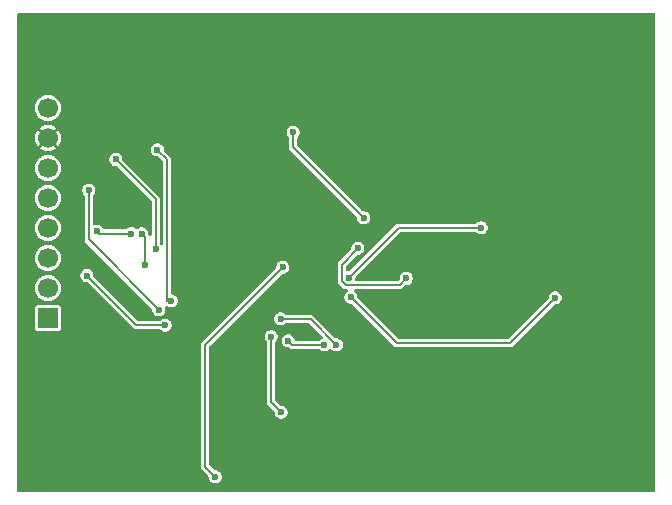
<source format=gbr>
%TF.GenerationSoftware,KiCad,Pcbnew,9.0.3*%
%TF.CreationDate,2026-02-26T20:24:34-03:00*%
%TF.ProjectId,EEGFrontier,45454746-726f-46e7-9469-65722e6b6963,rev?*%
%TF.SameCoordinates,Original*%
%TF.FileFunction,Copper,L2,Bot*%
%TF.FilePolarity,Positive*%
%FSLAX46Y46*%
G04 Gerber Fmt 4.6, Leading zero omitted, Abs format (unit mm)*
G04 Created by KiCad (PCBNEW 9.0.3) date 2026-02-26 20:24:34*
%MOMM*%
%LPD*%
G01*
G04 APERTURE LIST*
%TA.AperFunction,ComponentPad*%
%ADD10R,1.700000X1.700000*%
%TD*%
%TA.AperFunction,ComponentPad*%
%ADD11C,1.700000*%
%TD*%
%TA.AperFunction,ViaPad*%
%ADD12C,0.600000*%
%TD*%
%TA.AperFunction,Conductor*%
%ADD13C,0.200000*%
%TD*%
G04 APERTURE END LIST*
D10*
%TO.P,J1,1,Pin_1*%
%TO.N,EEG_CH1*%
X110100000Y-87335000D03*
D11*
%TO.P,J1,2,Pin_2*%
%TO.N,EEG_CH2*%
X110100000Y-84795000D03*
%TO.P,J1,3,Pin_3*%
%TO.N,EEG_CH3*%
X110100000Y-82255000D03*
%TO.P,J1,4,Pin_4*%
%TO.N,EEG_CH4*%
X110100000Y-79715000D03*
%TO.P,J1,5,Pin_5*%
%TO.N,EEG_REF*%
X110100000Y-77175000D03*
%TO.P,J1,6,Pin_6*%
%TO.N,EEG_BIAS*%
X110100000Y-74635000D03*
%TO.P,J1,7,Pin_7*%
%TO.N,GND*%
X110100000Y-72095000D03*
%TO.P,J1,8,Pin_8*%
%TO.N,unconnected-(J1-Pin_8-Pad8)*%
X110100000Y-69555000D03*
%TD*%
D12*
%TO.N,3V3_A*%
X129800000Y-87400000D03*
X134530058Y-89594942D03*
%TO.N,GND*%
X127777500Y-77575000D03*
X129975000Y-77475000D03*
%TO.N,Net-(U2-VCAP2)*%
X130450000Y-89250000D03*
X133503188Y-89596812D03*
%TO.N,3V3_D*%
X140450000Y-83975000D03*
X136350000Y-81421000D03*
%TO.N,SPI_CS*%
X135750000Y-85575000D03*
X153050000Y-85625000D03*
%TO.N,Net-(U2-VCAP4)*%
X129000000Y-88900000D03*
X129850000Y-95300000D03*
%TO.N,3V3_D*%
X124275000Y-100775000D03*
X129975000Y-83025000D03*
%TO.N,SPI_MISO*%
X135575000Y-83925000D03*
X146775000Y-79675000D03*
%TO.N,GND*%
X157525000Y-68125000D03*
X148925000Y-88850000D03*
%TO.N,BTN_START*%
X136825000Y-78825000D03*
X130875000Y-71600000D03*
%TO.N,Net-(U2-IN4N)*%
X115850000Y-73900000D03*
X119225000Y-81509000D03*
%TO.N,EEG_REF*%
X118049265Y-80200735D03*
X118350000Y-82825000D03*
%TO.N,Net-(U2-IN2P)*%
X120025000Y-87925000D03*
X113400000Y-83725000D03*
%TO.N,Net-(U2-IN3N)*%
X114275000Y-79975000D03*
X117175000Y-80175000D03*
%TO.N,Net-(U2-IN4P)*%
X120550000Y-85875000D03*
X119375000Y-73075000D03*
%TO.N,Net-(U2-IN3P)*%
X113550000Y-76500000D03*
X119500000Y-86625000D03*
%TD*%
D13*
%TO.N,3V3_A*%
X132335116Y-87400000D02*
X129800000Y-87400000D01*
X134530058Y-89594942D02*
X132335116Y-87400000D01*
%TO.N,GND*%
X127777500Y-77575000D02*
X127877500Y-77475000D01*
X127877500Y-77475000D02*
X129975000Y-77475000D01*
%TO.N,Net-(U2-VCAP2)*%
X130796812Y-89596812D02*
X130450000Y-89250000D01*
X133503188Y-89596812D02*
X130796812Y-89596812D01*
%TO.N,3V3_D*%
X139899000Y-84526000D02*
X140450000Y-83975000D01*
X135326057Y-84526000D02*
X139899000Y-84526000D01*
X134974000Y-84173943D02*
X135326057Y-84526000D01*
X134974000Y-82797000D02*
X134974000Y-84173943D01*
X136350000Y-81421000D02*
X134974000Y-82797000D01*
%TO.N,SPI_CS*%
X139626000Y-89451000D02*
X135750000Y-85575000D01*
X149224000Y-89451000D02*
X139626000Y-89451000D01*
X153050000Y-85625000D02*
X149224000Y-89451000D01*
%TO.N,Net-(U2-VCAP4)*%
X129850000Y-95300000D02*
X129000000Y-94450000D01*
X129000000Y-94450000D02*
X129000000Y-88900000D01*
%TO.N,3V3_D*%
X123400000Y-99900000D02*
X124275000Y-100775000D01*
X123400000Y-89600000D02*
X123400000Y-99900000D01*
X129975000Y-83025000D02*
X123400000Y-89600000D01*
%TO.N,SPI_MISO*%
X146775000Y-79675000D02*
X139825000Y-79675000D01*
X139825000Y-79675000D02*
X135575000Y-83925000D01*
%TO.N,GND*%
X157900000Y-68500000D02*
X157525000Y-68125000D01*
X157900000Y-84650000D02*
X157900000Y-68500000D01*
X147700000Y-85600000D02*
X148650000Y-84650000D01*
X148650000Y-84650000D02*
X157900000Y-84650000D01*
X147700000Y-87625000D02*
X147700000Y-85600000D01*
X148925000Y-88850000D02*
X147700000Y-87625000D01*
%TO.N,BTN_START*%
X130875000Y-71600000D02*
X130875000Y-72875000D01*
X130875000Y-72875000D02*
X136825000Y-78825000D01*
%TO.N,Net-(U2-IN4N)*%
X119225000Y-77275000D02*
X115850000Y-73900000D01*
X119225000Y-81509000D02*
X119225000Y-77275000D01*
%TO.N,EEG_REF*%
X118350000Y-80501470D02*
X118049265Y-80200735D01*
X118350000Y-82825000D02*
X118350000Y-80501470D01*
%TO.N,Net-(U2-IN2P)*%
X117600000Y-87925000D02*
X120025000Y-87925000D01*
X113400000Y-83725000D02*
X117600000Y-87925000D01*
%TO.N,Net-(U2-IN3N)*%
X114275000Y-80000000D02*
X114275000Y-79975000D01*
X114450000Y-80175000D02*
X114275000Y-80000000D01*
X117175000Y-80175000D02*
X114450000Y-80175000D01*
%TO.N,Net-(U2-IN4P)*%
X120525000Y-85900000D02*
X120550000Y-85875000D01*
X120175000Y-85900000D02*
X120525000Y-85900000D01*
X119375000Y-73075000D02*
X120175000Y-73875000D01*
X120175000Y-73875000D02*
X120175000Y-85900000D01*
%TO.N,Net-(U2-IN3P)*%
X113550000Y-80675000D02*
X119500000Y-86625000D01*
X113550000Y-76500000D02*
X113550000Y-80675000D01*
%TD*%
%TA.AperFunction,Conductor*%
%TO.N,GND*%
G36*
X161467539Y-61532685D02*
G01*
X161513294Y-61585489D01*
X161524500Y-61637000D01*
X161524500Y-101913000D01*
X161504815Y-101980039D01*
X161452011Y-102025794D01*
X161400500Y-102037000D01*
X107624500Y-102037000D01*
X107557461Y-102017315D01*
X107511706Y-101964511D01*
X107500500Y-101913000D01*
X107500500Y-89553856D01*
X123049500Y-89553856D01*
X123049500Y-89565265D01*
X123049500Y-99946143D01*
X123073386Y-100035287D01*
X123073387Y-100035290D01*
X123119527Y-100115208D01*
X123119531Y-100115213D01*
X123688181Y-100683863D01*
X123721666Y-100745186D01*
X123724500Y-100771544D01*
X123724500Y-100847475D01*
X123762016Y-100987485D01*
X123762017Y-100987488D01*
X123834488Y-101113011D01*
X123834490Y-101113013D01*
X123834491Y-101113015D01*
X123936985Y-101215509D01*
X123936986Y-101215510D01*
X123936988Y-101215511D01*
X124062511Y-101287982D01*
X124062512Y-101287982D01*
X124062515Y-101287984D01*
X124202525Y-101325500D01*
X124202528Y-101325500D01*
X124347472Y-101325500D01*
X124347475Y-101325500D01*
X124487485Y-101287984D01*
X124613015Y-101215509D01*
X124715509Y-101113015D01*
X124787984Y-100987485D01*
X124825500Y-100847475D01*
X124825500Y-100702525D01*
X124787984Y-100562515D01*
X124715509Y-100436985D01*
X124613015Y-100334491D01*
X124613013Y-100334490D01*
X124613011Y-100334488D01*
X124487488Y-100262017D01*
X124487489Y-100262017D01*
X124476006Y-100258940D01*
X124347475Y-100224500D01*
X124347472Y-100224500D01*
X124271544Y-100224500D01*
X124204505Y-100204815D01*
X124183863Y-100188181D01*
X123786819Y-99791137D01*
X123753334Y-99729814D01*
X123750500Y-99703456D01*
X123750500Y-89796544D01*
X123770185Y-89729505D01*
X123786819Y-89708863D01*
X124668157Y-88827525D01*
X128449500Y-88827525D01*
X128449500Y-88972475D01*
X128483045Y-89097666D01*
X128487017Y-89112488D01*
X128559488Y-89238011D01*
X128559493Y-89238017D01*
X128613181Y-89291705D01*
X128646666Y-89353028D01*
X128649500Y-89379386D01*
X128649500Y-94496143D01*
X128673386Y-94585287D01*
X128673387Y-94585290D01*
X128719527Y-94665208D01*
X128719531Y-94665213D01*
X129263181Y-95208863D01*
X129296666Y-95270186D01*
X129299500Y-95296544D01*
X129299500Y-95372475D01*
X129337016Y-95512485D01*
X129337017Y-95512488D01*
X129409488Y-95638011D01*
X129409490Y-95638013D01*
X129409491Y-95638015D01*
X129511985Y-95740509D01*
X129511986Y-95740510D01*
X129511988Y-95740511D01*
X129637511Y-95812982D01*
X129637512Y-95812982D01*
X129637515Y-95812984D01*
X129777525Y-95850500D01*
X129777528Y-95850500D01*
X129922472Y-95850500D01*
X129922475Y-95850500D01*
X130062485Y-95812984D01*
X130188015Y-95740509D01*
X130290509Y-95638015D01*
X130362984Y-95512485D01*
X130400500Y-95372475D01*
X130400500Y-95227525D01*
X130362984Y-95087515D01*
X130290509Y-94961985D01*
X130188015Y-94859491D01*
X130188013Y-94859490D01*
X130188011Y-94859488D01*
X130062488Y-94787017D01*
X130062489Y-94787017D01*
X130051006Y-94783940D01*
X129922475Y-94749500D01*
X129922472Y-94749500D01*
X129846544Y-94749500D01*
X129779505Y-94729815D01*
X129758863Y-94713181D01*
X129386819Y-94341137D01*
X129353334Y-94279814D01*
X129350500Y-94253456D01*
X129350500Y-89379386D01*
X129370185Y-89312347D01*
X129386819Y-89291705D01*
X129440509Y-89238015D01*
X129512984Y-89112485D01*
X129550500Y-88972475D01*
X129550500Y-88827525D01*
X129512984Y-88687515D01*
X129440509Y-88561985D01*
X129338015Y-88459491D01*
X129338013Y-88459490D01*
X129338011Y-88459488D01*
X129212488Y-88387017D01*
X129212489Y-88387017D01*
X129201006Y-88383940D01*
X129072475Y-88349500D01*
X128927525Y-88349500D01*
X128798993Y-88383940D01*
X128787511Y-88387017D01*
X128661988Y-88459488D01*
X128661982Y-88459493D01*
X128559493Y-88561982D01*
X128559488Y-88561988D01*
X128487017Y-88687511D01*
X128487016Y-88687515D01*
X128449500Y-88827525D01*
X124668157Y-88827525D01*
X126168157Y-87327525D01*
X129249500Y-87327525D01*
X129249500Y-87472475D01*
X129280184Y-87586988D01*
X129287017Y-87612488D01*
X129359488Y-87738011D01*
X129359490Y-87738013D01*
X129359491Y-87738015D01*
X129461985Y-87840509D01*
X129461986Y-87840510D01*
X129461988Y-87840511D01*
X129587511Y-87912982D01*
X129587512Y-87912982D01*
X129587515Y-87912984D01*
X129727525Y-87950500D01*
X129727528Y-87950500D01*
X129872472Y-87950500D01*
X129872475Y-87950500D01*
X130012485Y-87912984D01*
X130138015Y-87840509D01*
X130191705Y-87786819D01*
X130253028Y-87753334D01*
X130279386Y-87750500D01*
X132138572Y-87750500D01*
X132205611Y-87770185D01*
X132226253Y-87786819D01*
X133323922Y-88884488D01*
X133357407Y-88945811D01*
X133352423Y-89015503D01*
X133310551Y-89071436D01*
X133297297Y-89078996D01*
X133297741Y-89079764D01*
X133165176Y-89156300D01*
X133165170Y-89156305D01*
X133111483Y-89209993D01*
X133050160Y-89243478D01*
X133023802Y-89246312D01*
X131114080Y-89246312D01*
X131047041Y-89226627D01*
X131001286Y-89173823D01*
X130994305Y-89154406D01*
X130983072Y-89112485D01*
X130962984Y-89037515D01*
X130950275Y-89015503D01*
X130890511Y-88911988D01*
X130890506Y-88911982D01*
X130788017Y-88809493D01*
X130788011Y-88809488D01*
X130662488Y-88737017D01*
X130662489Y-88737017D01*
X130651006Y-88733940D01*
X130522475Y-88699500D01*
X130377525Y-88699500D01*
X130248993Y-88733940D01*
X130237511Y-88737017D01*
X130111988Y-88809488D01*
X130111982Y-88809493D01*
X130009493Y-88911982D01*
X130009488Y-88911988D01*
X129937017Y-89037511D01*
X129937016Y-89037515D01*
X129899500Y-89177525D01*
X129899500Y-89322475D01*
X129937016Y-89462485D01*
X129937017Y-89462488D01*
X130009488Y-89588011D01*
X130009490Y-89588013D01*
X130009491Y-89588015D01*
X130111985Y-89690509D01*
X130111986Y-89690510D01*
X130111988Y-89690511D01*
X130237511Y-89762982D01*
X130237512Y-89762982D01*
X130237515Y-89762984D01*
X130377525Y-89800500D01*
X130453457Y-89800500D01*
X130520496Y-89820185D01*
X130541138Y-89836819D01*
X130581600Y-89877281D01*
X130581603Y-89877282D01*
X130581606Y-89877285D01*
X130661518Y-89923423D01*
X130661519Y-89923423D01*
X130661524Y-89923426D01*
X130750668Y-89947312D01*
X133023802Y-89947312D01*
X133090841Y-89966997D01*
X133111483Y-89983631D01*
X133165173Y-90037321D01*
X133165174Y-90037322D01*
X133165176Y-90037323D01*
X133290699Y-90109794D01*
X133290700Y-90109794D01*
X133290703Y-90109796D01*
X133430713Y-90147312D01*
X133430716Y-90147312D01*
X133575660Y-90147312D01*
X133575663Y-90147312D01*
X133715673Y-90109796D01*
X133841203Y-90037321D01*
X133929877Y-89948647D01*
X133991200Y-89915162D01*
X134060892Y-89920146D01*
X134105239Y-89948647D01*
X134192043Y-90035451D01*
X134192044Y-90035452D01*
X134192046Y-90035453D01*
X134317569Y-90107924D01*
X134317570Y-90107924D01*
X134317573Y-90107926D01*
X134457583Y-90145442D01*
X134457586Y-90145442D01*
X134602530Y-90145442D01*
X134602533Y-90145442D01*
X134742543Y-90107926D01*
X134868073Y-90035451D01*
X134970567Y-89932957D01*
X135043042Y-89807427D01*
X135080558Y-89667417D01*
X135080558Y-89522467D01*
X135043042Y-89382457D01*
X135008411Y-89322475D01*
X134970569Y-89256930D01*
X134970564Y-89256924D01*
X134868075Y-89154435D01*
X134868069Y-89154430D01*
X134742546Y-89081959D01*
X134742547Y-89081959D01*
X134731064Y-89078882D01*
X134602533Y-89044442D01*
X134602530Y-89044442D01*
X134526602Y-89044442D01*
X134459563Y-89024757D01*
X134438921Y-89008123D01*
X132550329Y-87119531D01*
X132550324Y-87119527D01*
X132470406Y-87073387D01*
X132470405Y-87073386D01*
X132470404Y-87073386D01*
X132381260Y-87049500D01*
X132381259Y-87049500D01*
X130279386Y-87049500D01*
X130212347Y-87029815D01*
X130191705Y-87013181D01*
X130138017Y-86959493D01*
X130138011Y-86959488D01*
X130012488Y-86887017D01*
X130012489Y-86887017D01*
X130001006Y-86883940D01*
X129872475Y-86849500D01*
X129727525Y-86849500D01*
X129598993Y-86883940D01*
X129587511Y-86887017D01*
X129461988Y-86959488D01*
X129461982Y-86959493D01*
X129359493Y-87061982D01*
X129359488Y-87061988D01*
X129287017Y-87187511D01*
X129287016Y-87187515D01*
X129249500Y-87327525D01*
X126168157Y-87327525D01*
X129883863Y-83611819D01*
X129945186Y-83578334D01*
X129971544Y-83575500D01*
X130047472Y-83575500D01*
X130047475Y-83575500D01*
X130187485Y-83537984D01*
X130313015Y-83465509D01*
X130415509Y-83363015D01*
X130487984Y-83237485D01*
X130525500Y-83097475D01*
X130525500Y-82952525D01*
X130487984Y-82812515D01*
X130452385Y-82750856D01*
X134623500Y-82750856D01*
X134623500Y-82761058D01*
X134623500Y-84220088D01*
X134644431Y-84298205D01*
X134647385Y-84309229D01*
X134647387Y-84309234D01*
X134693527Y-84389151D01*
X134693529Y-84389154D01*
X134693530Y-84389155D01*
X135110845Y-84806470D01*
X135190769Y-84852614D01*
X135279913Y-84876500D01*
X135279915Y-84876500D01*
X135396064Y-84876500D01*
X135463103Y-84896185D01*
X135508858Y-84948989D01*
X135518802Y-85018147D01*
X135489777Y-85081703D01*
X135458064Y-85107887D01*
X135411988Y-85134488D01*
X135411982Y-85134493D01*
X135309493Y-85236982D01*
X135309488Y-85236988D01*
X135237017Y-85362511D01*
X135237016Y-85362515D01*
X135199500Y-85502525D01*
X135199500Y-85647475D01*
X135223283Y-85736232D01*
X135237017Y-85787488D01*
X135309488Y-85913011D01*
X135309490Y-85913013D01*
X135309491Y-85913015D01*
X135411985Y-86015509D01*
X135411986Y-86015510D01*
X135411988Y-86015511D01*
X135537511Y-86087982D01*
X135537512Y-86087982D01*
X135537515Y-86087984D01*
X135677525Y-86125500D01*
X135753456Y-86125500D01*
X135820495Y-86145185D01*
X135841137Y-86161819D01*
X139410788Y-89731470D01*
X139490712Y-89777614D01*
X139579856Y-89801500D01*
X139579858Y-89801500D01*
X149270142Y-89801500D01*
X149270144Y-89801500D01*
X149359288Y-89777614D01*
X149439212Y-89731470D01*
X152958863Y-86211819D01*
X153020186Y-86178334D01*
X153046544Y-86175500D01*
X153122472Y-86175500D01*
X153122475Y-86175500D01*
X153262485Y-86137984D01*
X153388015Y-86065509D01*
X153490509Y-85963015D01*
X153562984Y-85837485D01*
X153600500Y-85697475D01*
X153600500Y-85552525D01*
X153562984Y-85412515D01*
X153534116Y-85362515D01*
X153490511Y-85286988D01*
X153490506Y-85286982D01*
X153388017Y-85184493D01*
X153388011Y-85184488D01*
X153262488Y-85112017D01*
X153262489Y-85112017D01*
X153251006Y-85108940D01*
X153122475Y-85074500D01*
X152977525Y-85074500D01*
X152848993Y-85108940D01*
X152837511Y-85112017D01*
X152711988Y-85184488D01*
X152711982Y-85184493D01*
X152609493Y-85286982D01*
X152609488Y-85286988D01*
X152537017Y-85412511D01*
X152537016Y-85412515D01*
X152499500Y-85552525D01*
X152499500Y-85552527D01*
X152499500Y-85628456D01*
X152479815Y-85695495D01*
X152463181Y-85716137D01*
X149115137Y-89064181D01*
X149053814Y-89097666D01*
X149027456Y-89100500D01*
X139822544Y-89100500D01*
X139755505Y-89080815D01*
X139734863Y-89064181D01*
X136336819Y-85666137D01*
X136303334Y-85604814D01*
X136300500Y-85578456D01*
X136300500Y-85502527D01*
X136300500Y-85502525D01*
X136262984Y-85362515D01*
X136262696Y-85362017D01*
X136190511Y-85236988D01*
X136190506Y-85236982D01*
X136088017Y-85134493D01*
X136088011Y-85134488D01*
X136041936Y-85107887D01*
X135993720Y-85057320D01*
X135980498Y-84988713D01*
X136006466Y-84923848D01*
X136063380Y-84883320D01*
X136103936Y-84876500D01*
X139945142Y-84876500D01*
X139945144Y-84876500D01*
X140034288Y-84852614D01*
X140114212Y-84806470D01*
X140358863Y-84561819D01*
X140420186Y-84528334D01*
X140446544Y-84525500D01*
X140522472Y-84525500D01*
X140522475Y-84525500D01*
X140662485Y-84487984D01*
X140788015Y-84415509D01*
X140890509Y-84313015D01*
X140962984Y-84187485D01*
X141000500Y-84047475D01*
X141000500Y-83902525D01*
X140962984Y-83762515D01*
X140939360Y-83721598D01*
X140890511Y-83636988D01*
X140890506Y-83636982D01*
X140788017Y-83534493D01*
X140788011Y-83534488D01*
X140662488Y-83462017D01*
X140662489Y-83462017D01*
X140651006Y-83458940D01*
X140522475Y-83424500D01*
X140377525Y-83424500D01*
X140248993Y-83458940D01*
X140237511Y-83462017D01*
X140111988Y-83534488D01*
X140111982Y-83534493D01*
X140009493Y-83636982D01*
X140009488Y-83636988D01*
X139937017Y-83762511D01*
X139937016Y-83762515D01*
X139899500Y-83902525D01*
X139899500Y-83902527D01*
X139899500Y-83978456D01*
X139890855Y-84007896D01*
X139884332Y-84037883D01*
X139880577Y-84042898D01*
X139879815Y-84045495D01*
X139863181Y-84066137D01*
X139790137Y-84139181D01*
X139728814Y-84172666D01*
X139702456Y-84175500D01*
X136239398Y-84175500D01*
X136172359Y-84155815D01*
X136126604Y-84103011D01*
X136116660Y-84033853D01*
X136119623Y-84019407D01*
X136125500Y-83997475D01*
X136125500Y-83921544D01*
X136145185Y-83854505D01*
X136161819Y-83833863D01*
X139933863Y-80061819D01*
X139995186Y-80028334D01*
X140021544Y-80025500D01*
X146295614Y-80025500D01*
X146362653Y-80045185D01*
X146383295Y-80061819D01*
X146436985Y-80115509D01*
X146436986Y-80115510D01*
X146436988Y-80115511D01*
X146562511Y-80187982D01*
X146562512Y-80187982D01*
X146562515Y-80187984D01*
X146702525Y-80225500D01*
X146702528Y-80225500D01*
X146847472Y-80225500D01*
X146847475Y-80225500D01*
X146987485Y-80187984D01*
X147113015Y-80115509D01*
X147215509Y-80013015D01*
X147287984Y-79887485D01*
X147325500Y-79747475D01*
X147325500Y-79602525D01*
X147287984Y-79462515D01*
X147287696Y-79462017D01*
X147215511Y-79336988D01*
X147215506Y-79336982D01*
X147113017Y-79234493D01*
X147113011Y-79234488D01*
X146987488Y-79162017D01*
X146987489Y-79162017D01*
X146976006Y-79158940D01*
X146847475Y-79124500D01*
X146702525Y-79124500D01*
X146573993Y-79158940D01*
X146562511Y-79162017D01*
X146436988Y-79234488D01*
X146436982Y-79234493D01*
X146383295Y-79288181D01*
X146321972Y-79321666D01*
X146295614Y-79324500D01*
X139778854Y-79324500D01*
X139728531Y-79337984D01*
X139728530Y-79337983D01*
X139689716Y-79348384D01*
X139689709Y-79348387D01*
X139609791Y-79394527D01*
X139609786Y-79394531D01*
X135666137Y-83338181D01*
X135643271Y-83350666D01*
X135622507Y-83366412D01*
X135610347Y-83368644D01*
X135604814Y-83371666D01*
X135588066Y-83374127D01*
X135583268Y-83374500D01*
X135502525Y-83374500D01*
X135469528Y-83383341D01*
X135458110Y-83384229D01*
X135434682Y-83379283D01*
X135410743Y-83378714D01*
X135401117Y-83372199D01*
X135389747Y-83369799D01*
X135372711Y-83352973D01*
X135352881Y-83339551D01*
X135348306Y-83328867D01*
X135340037Y-83320700D01*
X135334802Y-83297334D01*
X135325377Y-83275323D01*
X135324500Y-83260602D01*
X135324500Y-82993544D01*
X135344185Y-82926505D01*
X135360819Y-82905863D01*
X136258863Y-82007819D01*
X136320186Y-81974334D01*
X136346544Y-81971500D01*
X136422472Y-81971500D01*
X136422475Y-81971500D01*
X136562485Y-81933984D01*
X136688015Y-81861509D01*
X136790509Y-81759015D01*
X136862984Y-81633485D01*
X136900500Y-81493475D01*
X136900500Y-81348525D01*
X136862984Y-81208515D01*
X136847443Y-81181598D01*
X136790511Y-81082988D01*
X136790506Y-81082982D01*
X136688017Y-80980493D01*
X136688011Y-80980488D01*
X136562488Y-80908017D01*
X136562489Y-80908017D01*
X136551006Y-80904940D01*
X136422475Y-80870500D01*
X136277525Y-80870500D01*
X136148993Y-80904940D01*
X136137511Y-80908017D01*
X136011988Y-80980488D01*
X136011982Y-80980493D01*
X135909493Y-81082982D01*
X135909488Y-81082988D01*
X135837017Y-81208511D01*
X135837016Y-81208515D01*
X135799500Y-81348525D01*
X135799500Y-81348527D01*
X135799500Y-81424456D01*
X135779815Y-81491495D01*
X135763181Y-81512137D01*
X134693531Y-82581786D01*
X134693529Y-82581789D01*
X134660276Y-82639385D01*
X134660275Y-82639387D01*
X134653113Y-82651793D01*
X134647386Y-82661712D01*
X134623500Y-82750856D01*
X130452385Y-82750856D01*
X130415509Y-82686985D01*
X130313015Y-82584491D01*
X130313013Y-82584490D01*
X130313011Y-82584488D01*
X130187488Y-82512017D01*
X130187489Y-82512017D01*
X130176006Y-82508940D01*
X130047475Y-82474500D01*
X129902525Y-82474500D01*
X129773993Y-82508940D01*
X129762511Y-82512017D01*
X129636988Y-82584488D01*
X129636982Y-82584493D01*
X129534493Y-82686982D01*
X129534488Y-82686988D01*
X129462017Y-82812511D01*
X129462016Y-82812515D01*
X129424500Y-82952525D01*
X129424500Y-82952527D01*
X129424500Y-83028456D01*
X129404815Y-83095495D01*
X129388181Y-83116137D01*
X123119531Y-89384786D01*
X123119530Y-89384788D01*
X123086369Y-89442225D01*
X123073386Y-89464712D01*
X123049500Y-89553856D01*
X107500500Y-89553856D01*
X107500500Y-86460321D01*
X108999500Y-86460321D01*
X108999500Y-88209678D01*
X109014032Y-88282735D01*
X109014033Y-88282739D01*
X109014034Y-88282740D01*
X109069399Y-88365601D01*
X109152260Y-88420966D01*
X109152264Y-88420967D01*
X109225321Y-88435499D01*
X109225324Y-88435500D01*
X109225326Y-88435500D01*
X110974676Y-88435500D01*
X110974677Y-88435499D01*
X111047740Y-88420966D01*
X111130601Y-88365601D01*
X111185966Y-88282740D01*
X111200500Y-88209674D01*
X111200500Y-86460326D01*
X111200500Y-86460323D01*
X111200499Y-86460321D01*
X111185967Y-86387264D01*
X111185966Y-86387260D01*
X111181882Y-86381148D01*
X111130601Y-86304399D01*
X111075235Y-86267405D01*
X111047739Y-86249033D01*
X111047735Y-86249032D01*
X110974677Y-86234500D01*
X110974674Y-86234500D01*
X109225326Y-86234500D01*
X109225323Y-86234500D01*
X109152264Y-86249032D01*
X109152260Y-86249033D01*
X109069399Y-86304399D01*
X109014033Y-86387260D01*
X109014032Y-86387264D01*
X108999500Y-86460321D01*
X107500500Y-86460321D01*
X107500500Y-84708389D01*
X108999500Y-84708389D01*
X108999500Y-84881611D01*
X109026598Y-85052701D01*
X109069420Y-85184493D01*
X109080128Y-85217447D01*
X109090083Y-85236985D01*
X109158768Y-85371788D01*
X109260586Y-85511928D01*
X109383072Y-85634414D01*
X109523212Y-85736232D01*
X109677555Y-85814873D01*
X109842299Y-85868402D01*
X110013389Y-85895500D01*
X110013390Y-85895500D01*
X110186610Y-85895500D01*
X110186611Y-85895500D01*
X110357701Y-85868402D01*
X110522445Y-85814873D01*
X110676788Y-85736232D01*
X110816928Y-85634414D01*
X110939414Y-85511928D01*
X111041232Y-85371788D01*
X111119873Y-85217445D01*
X111173402Y-85052701D01*
X111200500Y-84881611D01*
X111200500Y-84708389D01*
X111173402Y-84537299D01*
X111119873Y-84372555D01*
X111041232Y-84218212D01*
X110939414Y-84078072D01*
X110816928Y-83955586D01*
X110676788Y-83853768D01*
X110522445Y-83775127D01*
X110357701Y-83721598D01*
X110357699Y-83721597D01*
X110357698Y-83721597D01*
X110226271Y-83700781D01*
X110186611Y-83694500D01*
X110013389Y-83694500D01*
X109973728Y-83700781D01*
X109842302Y-83721597D01*
X109842299Y-83721598D01*
X109740072Y-83754814D01*
X109677552Y-83775128D01*
X109523211Y-83853768D01*
X109456104Y-83902525D01*
X109383072Y-83955586D01*
X109383070Y-83955588D01*
X109383069Y-83955588D01*
X109260588Y-84078069D01*
X109260588Y-84078070D01*
X109260586Y-84078072D01*
X109242467Y-84103011D01*
X109158768Y-84218211D01*
X109080128Y-84372552D01*
X109026597Y-84537302D01*
X109022714Y-84561819D01*
X108999500Y-84708389D01*
X107500500Y-84708389D01*
X107500500Y-83652525D01*
X112849500Y-83652525D01*
X112849500Y-83797475D01*
X112877649Y-83902527D01*
X112887017Y-83937488D01*
X112959488Y-84063011D01*
X112959490Y-84063013D01*
X112959491Y-84063015D01*
X113061985Y-84165509D01*
X113061986Y-84165510D01*
X113061988Y-84165511D01*
X113187511Y-84237982D01*
X113187512Y-84237982D01*
X113187515Y-84237984D01*
X113327525Y-84275500D01*
X113403456Y-84275500D01*
X113470495Y-84295185D01*
X113491137Y-84311819D01*
X117384788Y-88205470D01*
X117384789Y-88205471D01*
X117384791Y-88205472D01*
X117404161Y-88216655D01*
X117454085Y-88245478D01*
X117454087Y-88245480D01*
X117461342Y-88249668D01*
X117464712Y-88251614D01*
X117553856Y-88275500D01*
X119545614Y-88275500D01*
X119612653Y-88295185D01*
X119633295Y-88311819D01*
X119686985Y-88365509D01*
X119686986Y-88365510D01*
X119686988Y-88365511D01*
X119812511Y-88437982D01*
X119812512Y-88437982D01*
X119812515Y-88437984D01*
X119952525Y-88475500D01*
X119952528Y-88475500D01*
X120097472Y-88475500D01*
X120097475Y-88475500D01*
X120237485Y-88437984D01*
X120363015Y-88365509D01*
X120465509Y-88263015D01*
X120537984Y-88137485D01*
X120575500Y-87997475D01*
X120575500Y-87852525D01*
X120537984Y-87712515D01*
X120480231Y-87612485D01*
X120465511Y-87586988D01*
X120465506Y-87586982D01*
X120363017Y-87484493D01*
X120363011Y-87484488D01*
X120237488Y-87412017D01*
X120237489Y-87412017D01*
X120226006Y-87408940D01*
X120097475Y-87374500D01*
X119952525Y-87374500D01*
X119823993Y-87408940D01*
X119812511Y-87412017D01*
X119686988Y-87484488D01*
X119686982Y-87484493D01*
X119633295Y-87538181D01*
X119571972Y-87571666D01*
X119545614Y-87574500D01*
X117796544Y-87574500D01*
X117729505Y-87554815D01*
X117708863Y-87538181D01*
X113986819Y-83816137D01*
X113953334Y-83754814D01*
X113950500Y-83728456D01*
X113950500Y-83652527D01*
X113950500Y-83652525D01*
X113912984Y-83512515D01*
X113885843Y-83465506D01*
X113840511Y-83386988D01*
X113840506Y-83386982D01*
X113738017Y-83284493D01*
X113738011Y-83284488D01*
X113612488Y-83212017D01*
X113612489Y-83212017D01*
X113601006Y-83208940D01*
X113472475Y-83174500D01*
X113327525Y-83174500D01*
X113198993Y-83208940D01*
X113187511Y-83212017D01*
X113061988Y-83284488D01*
X113061982Y-83284493D01*
X112959493Y-83386982D01*
X112959488Y-83386988D01*
X112887017Y-83512511D01*
X112887016Y-83512515D01*
X112849500Y-83652525D01*
X107500500Y-83652525D01*
X107500500Y-82168389D01*
X108999500Y-82168389D01*
X108999500Y-82341610D01*
X109026489Y-82512017D01*
X109026598Y-82512701D01*
X109080127Y-82677445D01*
X109158768Y-82831788D01*
X109260586Y-82971928D01*
X109383072Y-83094414D01*
X109523212Y-83196232D01*
X109677555Y-83274873D01*
X109842299Y-83328402D01*
X110013389Y-83355500D01*
X110013390Y-83355500D01*
X110186610Y-83355500D01*
X110186611Y-83355500D01*
X110357701Y-83328402D01*
X110522445Y-83274873D01*
X110676788Y-83196232D01*
X110816928Y-83094414D01*
X110939414Y-82971928D01*
X111041232Y-82831788D01*
X111119873Y-82677445D01*
X111173402Y-82512701D01*
X111200500Y-82341611D01*
X111200500Y-82168389D01*
X111173402Y-81997299D01*
X111119873Y-81832555D01*
X111041232Y-81678212D01*
X110939414Y-81538072D01*
X110816928Y-81415586D01*
X110676788Y-81313768D01*
X110522445Y-81235127D01*
X110357701Y-81181598D01*
X110357699Y-81181597D01*
X110357698Y-81181597D01*
X110226271Y-81160781D01*
X110186611Y-81154500D01*
X110013389Y-81154500D01*
X109973728Y-81160781D01*
X109842302Y-81181597D01*
X109677552Y-81235128D01*
X109523211Y-81313768D01*
X109487806Y-81339492D01*
X109383072Y-81415586D01*
X109383070Y-81415588D01*
X109383069Y-81415588D01*
X109260588Y-81538069D01*
X109260588Y-81538070D01*
X109260586Y-81538072D01*
X109229052Y-81581475D01*
X109158768Y-81678211D01*
X109080128Y-81832552D01*
X109080127Y-81832554D01*
X109080127Y-81832555D01*
X109067569Y-81871204D01*
X109026597Y-81997302D01*
X108999500Y-82168389D01*
X107500500Y-82168389D01*
X107500500Y-79628389D01*
X108999500Y-79628389D01*
X108999500Y-79801611D01*
X109002676Y-79821666D01*
X109013101Y-79887488D01*
X109026598Y-79972701D01*
X109080127Y-80137445D01*
X109158768Y-80291788D01*
X109260586Y-80431928D01*
X109383072Y-80554414D01*
X109523212Y-80656232D01*
X109677555Y-80734873D01*
X109842299Y-80788402D01*
X110013389Y-80815500D01*
X110013390Y-80815500D01*
X110186610Y-80815500D01*
X110186611Y-80815500D01*
X110357701Y-80788402D01*
X110522445Y-80734873D01*
X110676788Y-80656232D01*
X110816928Y-80554414D01*
X110939414Y-80431928D01*
X111041232Y-80291788D01*
X111119873Y-80137445D01*
X111173402Y-79972701D01*
X111200500Y-79801611D01*
X111200500Y-79628389D01*
X111173402Y-79457299D01*
X111119873Y-79292555D01*
X111041232Y-79138212D01*
X110939414Y-78998072D01*
X110816928Y-78875586D01*
X110676788Y-78773768D01*
X110522445Y-78695127D01*
X110357701Y-78641598D01*
X110357699Y-78641597D01*
X110357698Y-78641597D01*
X110226271Y-78620781D01*
X110186611Y-78614500D01*
X110013389Y-78614500D01*
X109973728Y-78620781D01*
X109842302Y-78641597D01*
X109677552Y-78695128D01*
X109523211Y-78773768D01*
X109457454Y-78821544D01*
X109383072Y-78875586D01*
X109383070Y-78875588D01*
X109383069Y-78875588D01*
X109260588Y-78998069D01*
X109260588Y-78998070D01*
X109260586Y-78998072D01*
X109231951Y-79037485D01*
X109158768Y-79138211D01*
X109080128Y-79292552D01*
X109026597Y-79457302D01*
X109008593Y-79570976D01*
X108999500Y-79628389D01*
X107500500Y-79628389D01*
X107500500Y-77088389D01*
X108999500Y-77088389D01*
X108999500Y-77261611D01*
X109026598Y-77432701D01*
X109080127Y-77597445D01*
X109158768Y-77751788D01*
X109260586Y-77891928D01*
X109383072Y-78014414D01*
X109523212Y-78116232D01*
X109677555Y-78194873D01*
X109842299Y-78248402D01*
X110013389Y-78275500D01*
X110013390Y-78275500D01*
X110186610Y-78275500D01*
X110186611Y-78275500D01*
X110357701Y-78248402D01*
X110522445Y-78194873D01*
X110676788Y-78116232D01*
X110816928Y-78014414D01*
X110939414Y-77891928D01*
X111041232Y-77751788D01*
X111119873Y-77597445D01*
X111173402Y-77432701D01*
X111200500Y-77261611D01*
X111200500Y-77088389D01*
X111173402Y-76917299D01*
X111119873Y-76752555D01*
X111041232Y-76598212D01*
X110939414Y-76458072D01*
X110908867Y-76427525D01*
X112999500Y-76427525D01*
X112999500Y-76572475D01*
X113037016Y-76712485D01*
X113037017Y-76712488D01*
X113109488Y-76838011D01*
X113109493Y-76838017D01*
X113163181Y-76891705D01*
X113196666Y-76953028D01*
X113199500Y-76979386D01*
X113199500Y-80721143D01*
X113217507Y-80788347D01*
X113217523Y-80788404D01*
X113223386Y-80810289D01*
X113269527Y-80890208D01*
X113269531Y-80890213D01*
X118913181Y-86533863D01*
X118946666Y-86595186D01*
X118949500Y-86621544D01*
X118949500Y-86697475D01*
X118987016Y-86837485D01*
X118987017Y-86837488D01*
X119059488Y-86963011D01*
X119059490Y-86963013D01*
X119059491Y-86963015D01*
X119161985Y-87065509D01*
X119161986Y-87065510D01*
X119161988Y-87065511D01*
X119287511Y-87137982D01*
X119287512Y-87137982D01*
X119287515Y-87137984D01*
X119427525Y-87175500D01*
X119427528Y-87175500D01*
X119572472Y-87175500D01*
X119572475Y-87175500D01*
X119712485Y-87137984D01*
X119838015Y-87065509D01*
X119940509Y-86963015D01*
X120012984Y-86837485D01*
X120050500Y-86697475D01*
X120050500Y-86552525D01*
X120023294Y-86450992D01*
X120024957Y-86381148D01*
X120064119Y-86323285D01*
X120128347Y-86295780D01*
X120197249Y-86307366D01*
X120205070Y-86311516D01*
X120211983Y-86315507D01*
X120211985Y-86315509D01*
X120337515Y-86387984D01*
X120477525Y-86425500D01*
X120477528Y-86425500D01*
X120622472Y-86425500D01*
X120622475Y-86425500D01*
X120762485Y-86387984D01*
X120888015Y-86315509D01*
X120990509Y-86213015D01*
X121062984Y-86087485D01*
X121100500Y-85947475D01*
X121100500Y-85802525D01*
X121062984Y-85662515D01*
X121044106Y-85629818D01*
X120990511Y-85536988D01*
X120990506Y-85536982D01*
X120888017Y-85434493D01*
X120888011Y-85434488D01*
X120762488Y-85362017D01*
X120762489Y-85362017D01*
X120730130Y-85353346D01*
X120622475Y-85324500D01*
X120622474Y-85324500D01*
X120617406Y-85323142D01*
X120557746Y-85286776D01*
X120527217Y-85223929D01*
X120525500Y-85203367D01*
X120525500Y-73828858D01*
X120525500Y-73828856D01*
X120501614Y-73739712D01*
X120475088Y-73693768D01*
X120455470Y-73659788D01*
X119961819Y-73166137D01*
X119928334Y-73104814D01*
X119925500Y-73078456D01*
X119925500Y-73002526D01*
X119913275Y-72956902D01*
X119887984Y-72862515D01*
X119840415Y-72780124D01*
X119815511Y-72736988D01*
X119815506Y-72736982D01*
X119713017Y-72634493D01*
X119713011Y-72634488D01*
X119587488Y-72562017D01*
X119587489Y-72562017D01*
X119576006Y-72558940D01*
X119447475Y-72524500D01*
X119302525Y-72524500D01*
X119173993Y-72558940D01*
X119162511Y-72562017D01*
X119036988Y-72634488D01*
X119036982Y-72634493D01*
X118934493Y-72736982D01*
X118934488Y-72736988D01*
X118862017Y-72862511D01*
X118862016Y-72862515D01*
X118824500Y-73002525D01*
X118824500Y-73147475D01*
X118862016Y-73287485D01*
X118862017Y-73287488D01*
X118934488Y-73413011D01*
X118934490Y-73413013D01*
X118934491Y-73413015D01*
X119036985Y-73515509D01*
X119036986Y-73515510D01*
X119036988Y-73515511D01*
X119162511Y-73587982D01*
X119162512Y-73587982D01*
X119162515Y-73587984D01*
X119302525Y-73625500D01*
X119378456Y-73625500D01*
X119445495Y-73645185D01*
X119466137Y-73661819D01*
X119788181Y-73983863D01*
X119821666Y-74045186D01*
X119824500Y-74071544D01*
X119824500Y-81030614D01*
X119818261Y-81051859D01*
X119816682Y-81073948D01*
X119808609Y-81084731D01*
X119804815Y-81097653D01*
X119788081Y-81112152D01*
X119774810Y-81129881D01*
X119762189Y-81134588D01*
X119752011Y-81143408D01*
X119730093Y-81146559D01*
X119709346Y-81154298D01*
X119696185Y-81151435D01*
X119682853Y-81153352D01*
X119662709Y-81144152D01*
X119641073Y-81139446D01*
X119623347Y-81126177D01*
X119619297Y-81124327D01*
X119612819Y-81118295D01*
X119611819Y-81117295D01*
X119578334Y-81055972D01*
X119575500Y-81029614D01*
X119575500Y-77228858D01*
X119575500Y-77228856D01*
X119551614Y-77139712D01*
X119529311Y-77101082D01*
X119505470Y-77059788D01*
X116436819Y-73991137D01*
X116403334Y-73929814D01*
X116400500Y-73903456D01*
X116400500Y-73827527D01*
X116400500Y-73827525D01*
X116362984Y-73687515D01*
X116348148Y-73661819D01*
X116290511Y-73561988D01*
X116290506Y-73561982D01*
X116188017Y-73459493D01*
X116188011Y-73459488D01*
X116062488Y-73387017D01*
X116062489Y-73387017D01*
X116051006Y-73383940D01*
X115922475Y-73349500D01*
X115777525Y-73349500D01*
X115648993Y-73383940D01*
X115637511Y-73387017D01*
X115511988Y-73459488D01*
X115511982Y-73459493D01*
X115409493Y-73561982D01*
X115409488Y-73561988D01*
X115337017Y-73687511D01*
X115337016Y-73687515D01*
X115299500Y-73827525D01*
X115299500Y-73972475D01*
X115326046Y-74071544D01*
X115337017Y-74112488D01*
X115409488Y-74238011D01*
X115409490Y-74238013D01*
X115409491Y-74238015D01*
X115511985Y-74340509D01*
X115511986Y-74340510D01*
X115511988Y-74340511D01*
X115637511Y-74412982D01*
X115637512Y-74412982D01*
X115637515Y-74412984D01*
X115777525Y-74450500D01*
X115853456Y-74450500D01*
X115920495Y-74470185D01*
X115941137Y-74486819D01*
X118838181Y-77383863D01*
X118871666Y-77445186D01*
X118874500Y-77471544D01*
X118874500Y-80246156D01*
X118874427Y-80246401D01*
X118874499Y-80246647D01*
X118864577Y-80279946D01*
X118854815Y-80313195D01*
X118854622Y-80313361D01*
X118854549Y-80313608D01*
X118828115Y-80336330D01*
X118802011Y-80358950D01*
X118801759Y-80358986D01*
X118801564Y-80359154D01*
X118767107Y-80363968D01*
X118732853Y-80368894D01*
X118732620Y-80368787D01*
X118732367Y-80368823D01*
X118700863Y-80354285D01*
X118669297Y-80339869D01*
X118669080Y-80339617D01*
X118668927Y-80339547D01*
X118667067Y-80337285D01*
X118645920Y-80312782D01*
X118644464Y-80310498D01*
X118630470Y-80286258D01*
X118626480Y-80282268D01*
X118619185Y-80270817D01*
X118613096Y-80249773D01*
X118602599Y-80230549D01*
X118599765Y-80204191D01*
X118599765Y-80128262D01*
X118599765Y-80128260D01*
X118562249Y-79988250D01*
X118553269Y-79972697D01*
X118489776Y-79862723D01*
X118489771Y-79862717D01*
X118387282Y-79760228D01*
X118387276Y-79760223D01*
X118261753Y-79687752D01*
X118261754Y-79687752D01*
X118250271Y-79684675D01*
X118121740Y-79650235D01*
X117976790Y-79650235D01*
X117836780Y-79687751D01*
X117836778Y-79687751D01*
X117836778Y-79687752D01*
X117711243Y-79760230D01*
X117704800Y-79765175D01*
X117703680Y-79763715D01*
X117651329Y-79792285D01*
X117581639Y-79787285D01*
X117537318Y-79758794D01*
X117513017Y-79734493D01*
X117513011Y-79734488D01*
X117387488Y-79662017D01*
X117387489Y-79662017D01*
X117376006Y-79658940D01*
X117247475Y-79624500D01*
X117102525Y-79624500D01*
X116973993Y-79658940D01*
X116962511Y-79662017D01*
X116836988Y-79734488D01*
X116836982Y-79734493D01*
X116783295Y-79788181D01*
X116721972Y-79821666D01*
X116695614Y-79824500D01*
X114895363Y-79824500D01*
X114828324Y-79804815D01*
X114787976Y-79762501D01*
X114771804Y-79734491D01*
X114715509Y-79636985D01*
X114613015Y-79534491D01*
X114613013Y-79534490D01*
X114613011Y-79534488D01*
X114487488Y-79462017D01*
X114487489Y-79462017D01*
X114469881Y-79457299D01*
X114347475Y-79424500D01*
X114202525Y-79424500D01*
X114062515Y-79462016D01*
X114062513Y-79462016D01*
X114056594Y-79463603D01*
X113986744Y-79461940D01*
X113928881Y-79422778D01*
X113901377Y-79358549D01*
X113900500Y-79343828D01*
X113900500Y-76979386D01*
X113920185Y-76912347D01*
X113936819Y-76891705D01*
X113990509Y-76838015D01*
X114062984Y-76712485D01*
X114100500Y-76572475D01*
X114100500Y-76427525D01*
X114062984Y-76287515D01*
X113990509Y-76161985D01*
X113888015Y-76059491D01*
X113888013Y-76059490D01*
X113888011Y-76059488D01*
X113762488Y-75987017D01*
X113762489Y-75987017D01*
X113751006Y-75983940D01*
X113622475Y-75949500D01*
X113477525Y-75949500D01*
X113348993Y-75983940D01*
X113337511Y-75987017D01*
X113211988Y-76059488D01*
X113211982Y-76059493D01*
X113109493Y-76161982D01*
X113109488Y-76161988D01*
X113037017Y-76287511D01*
X113037016Y-76287515D01*
X112999500Y-76427525D01*
X110908867Y-76427525D01*
X110816928Y-76335586D01*
X110676788Y-76233768D01*
X110522445Y-76155127D01*
X110357701Y-76101598D01*
X110357699Y-76101597D01*
X110357698Y-76101597D01*
X110226271Y-76080781D01*
X110186611Y-76074500D01*
X110013389Y-76074500D01*
X109973728Y-76080781D01*
X109842302Y-76101597D01*
X109677552Y-76155128D01*
X109523211Y-76233768D01*
X109449241Y-76287511D01*
X109383072Y-76335586D01*
X109383070Y-76335588D01*
X109383069Y-76335588D01*
X109260588Y-76458069D01*
X109260588Y-76458070D01*
X109260586Y-76458072D01*
X109216859Y-76518256D01*
X109158768Y-76598211D01*
X109080128Y-76752552D01*
X109026597Y-76917302D01*
X109024899Y-76928024D01*
X108999500Y-77088389D01*
X107500500Y-77088389D01*
X107500500Y-74548389D01*
X108999500Y-74548389D01*
X108999500Y-74721611D01*
X109026598Y-74892701D01*
X109080127Y-75057445D01*
X109158768Y-75211788D01*
X109260586Y-75351928D01*
X109383072Y-75474414D01*
X109523212Y-75576232D01*
X109677555Y-75654873D01*
X109842299Y-75708402D01*
X110013389Y-75735500D01*
X110013390Y-75735500D01*
X110186610Y-75735500D01*
X110186611Y-75735500D01*
X110357701Y-75708402D01*
X110522445Y-75654873D01*
X110676788Y-75576232D01*
X110816928Y-75474414D01*
X110939414Y-75351928D01*
X111041232Y-75211788D01*
X111119873Y-75057445D01*
X111173402Y-74892701D01*
X111200500Y-74721611D01*
X111200500Y-74548389D01*
X111173402Y-74377299D01*
X111119873Y-74212555D01*
X111041232Y-74058212D01*
X110939414Y-73918072D01*
X110816928Y-73795586D01*
X110676788Y-73693768D01*
X110522445Y-73615127D01*
X110357701Y-73561598D01*
X110357699Y-73561597D01*
X110357698Y-73561597D01*
X110226271Y-73540781D01*
X110186611Y-73534500D01*
X110013389Y-73534500D01*
X109973728Y-73540781D01*
X109842302Y-73561597D01*
X109677552Y-73615128D01*
X109523211Y-73693768D01*
X109459984Y-73739706D01*
X109383072Y-73795586D01*
X109383070Y-73795588D01*
X109383069Y-73795588D01*
X109260588Y-73918069D01*
X109260588Y-73918070D01*
X109260586Y-73918072D01*
X109221062Y-73972472D01*
X109158768Y-74058211D01*
X109080128Y-74212552D01*
X109026597Y-74377302D01*
X109020946Y-74412982D01*
X108999500Y-74548389D01*
X107500500Y-74548389D01*
X107500500Y-72008428D01*
X109000000Y-72008428D01*
X109000000Y-72181571D01*
X109027085Y-72352584D01*
X109080591Y-72517257D01*
X109159194Y-72671521D01*
X109238097Y-72780124D01*
X109669269Y-72348952D01*
X109699901Y-72402007D01*
X109792993Y-72495099D01*
X109846046Y-72525729D01*
X109414874Y-72956901D01*
X109523478Y-73035805D01*
X109677742Y-73114408D01*
X109842415Y-73167914D01*
X110013429Y-73195000D01*
X110186571Y-73195000D01*
X110357584Y-73167914D01*
X110522257Y-73114408D01*
X110676528Y-73035801D01*
X110785124Y-72956902D01*
X110785125Y-72956901D01*
X110353953Y-72525729D01*
X110407007Y-72495099D01*
X110500099Y-72402007D01*
X110530729Y-72348953D01*
X110961901Y-72780125D01*
X110961902Y-72780124D01*
X111040801Y-72671528D01*
X111119408Y-72517257D01*
X111172914Y-72352584D01*
X111200000Y-72181571D01*
X111200000Y-72008428D01*
X111172914Y-71837415D01*
X111119408Y-71672742D01*
X111069958Y-71575693D01*
X111045415Y-71527525D01*
X130324500Y-71527525D01*
X130324500Y-71672475D01*
X130362016Y-71812485D01*
X130362017Y-71812488D01*
X130434488Y-71938011D01*
X130434493Y-71938017D01*
X130488181Y-71991705D01*
X130521666Y-72053028D01*
X130524500Y-72079386D01*
X130524500Y-72921143D01*
X130546296Y-73002492D01*
X130546307Y-73002528D01*
X130548386Y-73010288D01*
X130594527Y-73090208D01*
X130594531Y-73090213D01*
X136238181Y-78733863D01*
X136271666Y-78795186D01*
X136274500Y-78821544D01*
X136274500Y-78897475D01*
X136312016Y-79037485D01*
X136312017Y-79037488D01*
X136384488Y-79163011D01*
X136384490Y-79163013D01*
X136384491Y-79163015D01*
X136486985Y-79265509D01*
X136486986Y-79265510D01*
X136486988Y-79265511D01*
X136612511Y-79337982D01*
X136612512Y-79337982D01*
X136612515Y-79337984D01*
X136752525Y-79375500D01*
X136752528Y-79375500D01*
X136897472Y-79375500D01*
X136897475Y-79375500D01*
X137037485Y-79337984D01*
X137163015Y-79265509D01*
X137265509Y-79163015D01*
X137337984Y-79037485D01*
X137375500Y-78897475D01*
X137375500Y-78752525D01*
X137337984Y-78612515D01*
X137265509Y-78486985D01*
X137163015Y-78384491D01*
X137163013Y-78384490D01*
X137163011Y-78384488D01*
X137037488Y-78312017D01*
X137037489Y-78312017D01*
X137026006Y-78308940D01*
X136897475Y-78274500D01*
X136897472Y-78274500D01*
X136821544Y-78274500D01*
X136754505Y-78254815D01*
X136733863Y-78238181D01*
X131261819Y-72766137D01*
X131228334Y-72704814D01*
X131225500Y-72678456D01*
X131225500Y-72079386D01*
X131245185Y-72012347D01*
X131261819Y-71991705D01*
X131315509Y-71938015D01*
X131387984Y-71812485D01*
X131425500Y-71672475D01*
X131425500Y-71527525D01*
X131387984Y-71387515D01*
X131315509Y-71261985D01*
X131213015Y-71159491D01*
X131213013Y-71159490D01*
X131213011Y-71159488D01*
X131087488Y-71087017D01*
X131087489Y-71087017D01*
X131076006Y-71083940D01*
X130947475Y-71049500D01*
X130802525Y-71049500D01*
X130673993Y-71083940D01*
X130662511Y-71087017D01*
X130536988Y-71159488D01*
X130536982Y-71159493D01*
X130434493Y-71261982D01*
X130434488Y-71261988D01*
X130362017Y-71387511D01*
X130362016Y-71387515D01*
X130324500Y-71527525D01*
X111045415Y-71527525D01*
X111040805Y-71518478D01*
X110961901Y-71409874D01*
X110530729Y-71841046D01*
X110500099Y-71787993D01*
X110407007Y-71694901D01*
X110353952Y-71664270D01*
X110785124Y-71233097D01*
X110676521Y-71154194D01*
X110522257Y-71075591D01*
X110357584Y-71022085D01*
X110186571Y-70995000D01*
X110013429Y-70995000D01*
X109842415Y-71022085D01*
X109677742Y-71075591D01*
X109523476Y-71154195D01*
X109523474Y-71154196D01*
X109414874Y-71233096D01*
X109414874Y-71233097D01*
X109846047Y-71664270D01*
X109792993Y-71694901D01*
X109699901Y-71787993D01*
X109669270Y-71841047D01*
X109238097Y-71409874D01*
X109238096Y-71409874D01*
X109159196Y-71518474D01*
X109159195Y-71518476D01*
X109080591Y-71672742D01*
X109027085Y-71837415D01*
X109000000Y-72008428D01*
X107500500Y-72008428D01*
X107500500Y-69468389D01*
X108999500Y-69468389D01*
X108999500Y-69641611D01*
X109026598Y-69812701D01*
X109080127Y-69977445D01*
X109158768Y-70131788D01*
X109260586Y-70271928D01*
X109383072Y-70394414D01*
X109523212Y-70496232D01*
X109677555Y-70574873D01*
X109842299Y-70628402D01*
X110013389Y-70655500D01*
X110013390Y-70655500D01*
X110186610Y-70655500D01*
X110186611Y-70655500D01*
X110357701Y-70628402D01*
X110522445Y-70574873D01*
X110676788Y-70496232D01*
X110816928Y-70394414D01*
X110939414Y-70271928D01*
X111041232Y-70131788D01*
X111119873Y-69977445D01*
X111173402Y-69812701D01*
X111200500Y-69641611D01*
X111200500Y-69468389D01*
X111173402Y-69297299D01*
X111119873Y-69132555D01*
X111041232Y-68978212D01*
X110939414Y-68838072D01*
X110816928Y-68715586D01*
X110676788Y-68613768D01*
X110522445Y-68535127D01*
X110357701Y-68481598D01*
X110357699Y-68481597D01*
X110357698Y-68481597D01*
X110226271Y-68460781D01*
X110186611Y-68454500D01*
X110013389Y-68454500D01*
X109973728Y-68460781D01*
X109842302Y-68481597D01*
X109677552Y-68535128D01*
X109523211Y-68613768D01*
X109443256Y-68671859D01*
X109383072Y-68715586D01*
X109383070Y-68715588D01*
X109383069Y-68715588D01*
X109260588Y-68838069D01*
X109260588Y-68838070D01*
X109260586Y-68838072D01*
X109216859Y-68898256D01*
X109158768Y-68978211D01*
X109080128Y-69132552D01*
X109026597Y-69297302D01*
X108999500Y-69468389D01*
X107500500Y-69468389D01*
X107500500Y-61637000D01*
X107520185Y-61569961D01*
X107572989Y-61524206D01*
X107624500Y-61513000D01*
X161400500Y-61513000D01*
X161467539Y-61532685D01*
G37*
%TD.AperFunction*%
%TD*%
M02*

</source>
